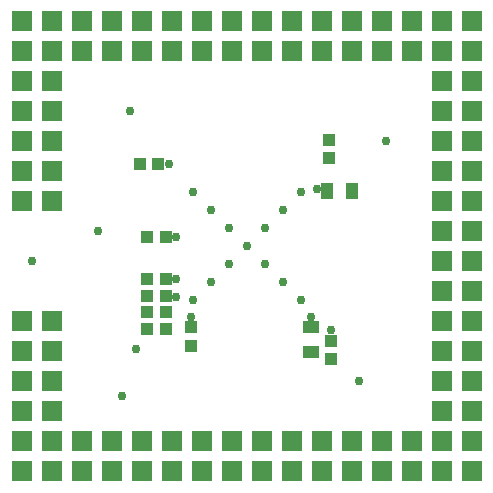
<source format=gbs>
%FSLAX25Y25*%
%MOIN*%
G70*
G01*
G75*
G04 Layer_Color=16711935*
%ADD10C,0.01000*%
%ADD11C,0.01200*%
%ADD12O,0.01181X0.06890*%
%ADD13O,0.06890X0.01181*%
%ADD14R,0.09449X0.07874*%
%ADD15R,0.03543X0.03740*%
%ADD16R,0.06000X0.18000*%
%ADD17R,0.18000X0.04000*%
%ADD18R,0.10000X0.08248*%
%ADD19R,0.06000X0.08000*%
%ADD20R,0.08000X0.06000*%
%ADD21R,0.06000X0.08500*%
%ADD22R,0.08500X0.06000*%
%ADD23R,0.18000X0.06000*%
%ADD24R,0.10000X0.08500*%
%ADD25R,0.07500X0.12000*%
%ADD26R,0.05906X0.05906*%
%ADD27R,0.05906X0.05906*%
%ADD28C,0.02400*%
%ADD29C,0.04500*%
%ADD30C,0.02000*%
%ADD31R,0.03740X0.03543*%
%ADD32R,0.05118X0.03543*%
%ADD33R,0.03543X0.05118*%
%ADD34R,0.04654X0.02962*%
%ADD35R,0.04962X0.04654*%
%ADD36R,0.18724X0.06000*%
%ADD37R,0.06000X0.18500*%
%ADD38C,0.02362*%
%ADD39C,0.00787*%
%ADD40O,0.01781X0.07490*%
%ADD41O,0.07490X0.01781*%
%ADD42R,0.10049X0.08474*%
%ADD43R,0.04143X0.04340*%
%ADD44R,0.06506X0.06506*%
%ADD45R,0.06506X0.06506*%
%ADD46C,0.03000*%
%ADD47C,0.05100*%
%ADD48R,0.04340X0.04143*%
%ADD49R,0.05718X0.04143*%
%ADD50R,0.04143X0.05718*%
D43*
X69276Y54949D02*
D03*
Y61051D02*
D03*
X115777Y50449D02*
D03*
Y56551D02*
D03*
X115277Y123551D02*
D03*
Y117449D02*
D03*
D44*
X142777Y153000D02*
D03*
X132776D02*
D03*
X142777Y163000D02*
D03*
X132776D02*
D03*
X122776D02*
D03*
X52776D02*
D03*
X32776D02*
D03*
X22776Y113000D02*
D03*
Y103000D02*
D03*
X152777Y163000D02*
D03*
X162777D02*
D03*
X152777Y123000D02*
D03*
Y133000D02*
D03*
Y143000D02*
D03*
Y153000D02*
D03*
X162777D02*
D03*
Y143000D02*
D03*
Y133000D02*
D03*
Y123000D02*
D03*
X152777Y83000D02*
D03*
X162777D02*
D03*
X152777Y73000D02*
D03*
Y63000D02*
D03*
X162777Y73000D02*
D03*
Y63000D02*
D03*
X152777Y33000D02*
D03*
Y23000D02*
D03*
Y43000D02*
D03*
X162777D02*
D03*
Y33000D02*
D03*
Y23000D02*
D03*
Y13000D02*
D03*
X152777D02*
D03*
X142777Y23000D02*
D03*
Y13000D02*
D03*
X132776Y23000D02*
D03*
Y13000D02*
D03*
X122776Y23000D02*
D03*
Y13000D02*
D03*
X112777Y23000D02*
D03*
Y13000D02*
D03*
X102777Y23000D02*
D03*
X22776D02*
D03*
X32776D02*
D03*
X22776Y13000D02*
D03*
X32776D02*
D03*
X12776D02*
D03*
Y23000D02*
D03*
Y63000D02*
D03*
Y103000D02*
D03*
Y113000D02*
D03*
X22776Y153000D02*
D03*
Y163000D02*
D03*
X12776Y143000D02*
D03*
Y153000D02*
D03*
Y163000D02*
D03*
D45*
X122776Y153000D02*
D03*
X112777D02*
D03*
X102777D02*
D03*
X92777D02*
D03*
X112777Y163000D02*
D03*
X102777D02*
D03*
X92777D02*
D03*
X82776D02*
D03*
X72777Y153000D02*
D03*
X82776D02*
D03*
X62776D02*
D03*
X52776D02*
D03*
X42777D02*
D03*
X32776D02*
D03*
X72777Y163000D02*
D03*
X62776D02*
D03*
X42777D02*
D03*
X22776Y123000D02*
D03*
X152777Y103000D02*
D03*
Y93000D02*
D03*
Y113000D02*
D03*
X162777D02*
D03*
Y103000D02*
D03*
Y93000D02*
D03*
X152777Y53000D02*
D03*
X162777D02*
D03*
X92777Y13000D02*
D03*
X102777D02*
D03*
X82776D02*
D03*
X72777D02*
D03*
X62776D02*
D03*
X52776D02*
D03*
X42777D02*
D03*
X92777Y23000D02*
D03*
X82776D02*
D03*
X72777D02*
D03*
X62776D02*
D03*
X52776D02*
D03*
X42777D02*
D03*
X12776Y33000D02*
D03*
Y43000D02*
D03*
Y53000D02*
D03*
X22776Y33000D02*
D03*
Y43000D02*
D03*
Y53000D02*
D03*
Y63000D02*
D03*
X12776Y123000D02*
D03*
X22776Y143000D02*
D03*
Y133000D02*
D03*
X12776D02*
D03*
D46*
X16276Y83000D02*
D03*
X48777Y133000D02*
D03*
X134276Y123000D02*
D03*
X38276Y93000D02*
D03*
X61777Y115500D02*
D03*
X64276Y71000D02*
D03*
X69276Y64500D02*
D03*
X64276Y91000D02*
D03*
X111276Y107000D02*
D03*
X109276Y64500D02*
D03*
X64276Y77000D02*
D03*
X115777Y60000D02*
D03*
X87776Y88000D02*
D03*
X93777Y94000D02*
D03*
X99777Y100000D02*
D03*
X105777Y106000D02*
D03*
X81776Y94000D02*
D03*
X69776Y106000D02*
D03*
X75776Y100000D02*
D03*
X105777Y70000D02*
D03*
X99777Y76000D02*
D03*
X93777Y82000D02*
D03*
X81776D02*
D03*
X75776Y76000D02*
D03*
X69776Y70000D02*
D03*
X46277Y38000D02*
D03*
X125277Y43000D02*
D03*
X51026Y53750D02*
D03*
D47*
X162777Y163000D02*
D03*
X52776Y153000D02*
D03*
X42777D02*
D03*
Y163000D02*
D03*
X52776D02*
D03*
X62776D02*
D03*
Y153000D02*
D03*
X72777D02*
D03*
Y163000D02*
D03*
X82776Y153000D02*
D03*
Y163000D02*
D03*
X92777D02*
D03*
Y153000D02*
D03*
X102777D02*
D03*
Y163000D02*
D03*
X112777D02*
D03*
Y153000D02*
D03*
X122776D02*
D03*
Y163000D02*
D03*
X132776D02*
D03*
Y153000D02*
D03*
X142777D02*
D03*
Y163000D02*
D03*
X152777Y133000D02*
D03*
X162777D02*
D03*
Y123000D02*
D03*
X152777D02*
D03*
Y113000D02*
D03*
X162777D02*
D03*
X152777Y103000D02*
D03*
X162777D02*
D03*
Y93000D02*
D03*
X152777D02*
D03*
Y83000D02*
D03*
X162777D02*
D03*
X152777Y73000D02*
D03*
X162777D02*
D03*
Y63000D02*
D03*
X152777D02*
D03*
Y53000D02*
D03*
X162777D02*
D03*
Y43000D02*
D03*
X152777D02*
D03*
Y33000D02*
D03*
X162777D02*
D03*
X132776Y23000D02*
D03*
X122776D02*
D03*
X112777D02*
D03*
X142777D02*
D03*
X132776Y13000D02*
D03*
X122776D02*
D03*
X112777D02*
D03*
X102777D02*
D03*
Y23000D02*
D03*
X92777D02*
D03*
Y13000D02*
D03*
X82776D02*
D03*
Y23000D02*
D03*
X72777D02*
D03*
Y13000D02*
D03*
X62776D02*
D03*
Y23000D02*
D03*
X52776D02*
D03*
Y13000D02*
D03*
X42777D02*
D03*
Y23000D02*
D03*
X12776Y33000D02*
D03*
X22776D02*
D03*
X12776Y43000D02*
D03*
X22776D02*
D03*
Y53000D02*
D03*
X12776D02*
D03*
Y63000D02*
D03*
X22776D02*
D03*
Y103000D02*
D03*
X12776D02*
D03*
Y113000D02*
D03*
X22776D02*
D03*
Y123000D02*
D03*
X12776D02*
D03*
Y133000D02*
D03*
X22776D02*
D03*
Y143000D02*
D03*
X32776Y153000D02*
D03*
X22776D02*
D03*
X12776Y163000D02*
D03*
X152777Y153000D02*
D03*
Y23000D02*
D03*
X162777Y13000D02*
D03*
X22776Y23000D02*
D03*
X12776Y13000D02*
D03*
Y23000D02*
D03*
X22776Y13000D02*
D03*
X152777Y143000D02*
D03*
X162777D02*
D03*
Y153000D02*
D03*
X12776Y143000D02*
D03*
Y153000D02*
D03*
X22776Y163000D02*
D03*
X32776D02*
D03*
X152777D02*
D03*
X162777Y23000D02*
D03*
X152777Y13000D02*
D03*
X142777D02*
D03*
X32776D02*
D03*
Y23000D02*
D03*
D48*
X52225Y115500D02*
D03*
X58328D02*
D03*
X54725Y91000D02*
D03*
X60828D02*
D03*
X54725Y77000D02*
D03*
X60828D02*
D03*
Y71500D02*
D03*
X54725D02*
D03*
X60828Y66000D02*
D03*
X54725D02*
D03*
X60828Y60500D02*
D03*
X54725D02*
D03*
D49*
X109276Y52866D02*
D03*
Y61134D02*
D03*
D50*
X122910Y106500D02*
D03*
X114643D02*
D03*
M02*

</source>
